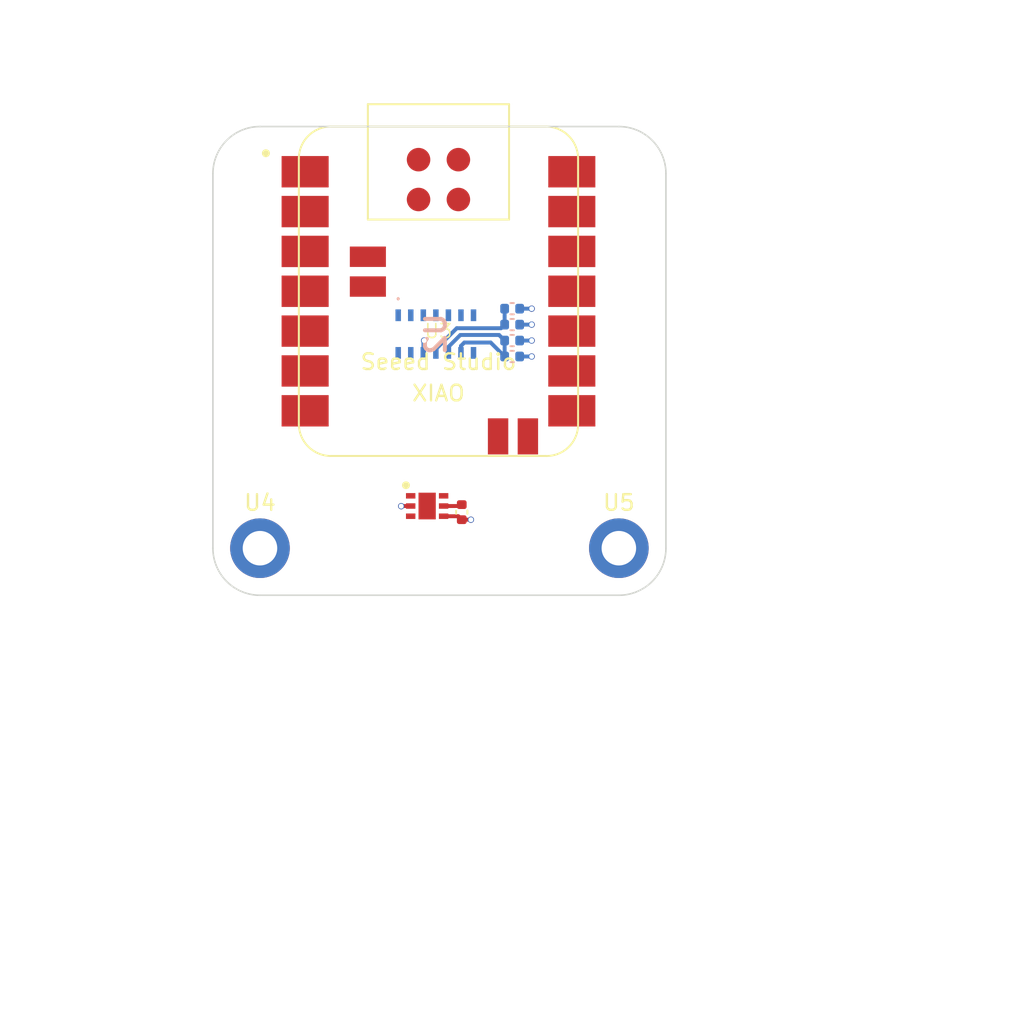
<source format=kicad_pcb>
(kicad_pcb (version 20240108) (generator "pcbnew") (generator_version "8.0")
  (layers (0 "F.Cu" signal) (1 "In1.Cu" power) (2 "In2.Cu" mixed) (31 "B.Cu" signal) (34 "B.Paste" user) (35 "F.Paste" user) (36 "B.SilkS" user "B.Silkscreen") (37 "F.SilkS" user "F.Silkscreen") (38 "B.Mask" user) (39 "F.Mask" user) (44 "Edge.Cuts" user))
  (net 0 "")
  (net 1 "temp-sda")
  (net 2 "temp-gnd")
  (net 3 "temp-scl")
  (net 4 "temp-io")
  (net 5 "ep")
  (net 6 "temp-vcc")
  (net 7 "nc_3")
  (net 8 "nc_6")
  (net 9 "hr-scl")
  (net 10 "pgnd")
  (net 11 "hr-vcc-1")
  (net 12 "nc_1")
  (net 13 "nc_2")
  (net 14 "hr-sda")
  (net 15 "nc_5")
  (net 16 "hr-gnd")
  (net 17 "nc_4")
  (net 18 "hr-io")
  (net 19 "hr-vcc")
  (net 20 "reset")
  (net 21 "_5v")
  (net 22 "xiao.ic-gnd")
  (net 23 "p111_d6_tx")
  (net 24 "p002_a0_d0")
  (net 25 "batminus")
  (net 26 "p113_d8_sck")
  (net 27 "p115_d10_mosi")
  (net 28 "p003_a1_d1")
  (net 29 "pa30_swclk")
  (net 30 "p028_a2_d2")
  (net 31 "batplus")
  (net 32 "p004_a4_d4_sda")
  (net 33 "p009_nfc1")
  (net 34 "pa31_swdio")
  (net 35 "p005_a5_d5_scl")
  (net 36 "p010_nfc2")
  (net 37 "p112_d7_rx")
  (net 38 "p114_d9_miso")
  (net 39 "_3v3")
  (net 40 "p029_a3_d3")
  (net 41 "m1-gnd")
  (net 42 "m2-gnd")
  (footprint "lib:C0402" (layer "F.Cu") (at 153.9842 104.5812 -90)
    (property "Reference" "C1" (hide yes))
    (property "Value" "16V 100nF X7R ±10% 0402  Multilayer Ceramic Capacitors MLCC - SMD/SMT ROHS")
    (fp_line (start -0.107836 0.36) (end 0.107836 0.36) (stroke (width 0.12)) (layer "F.SilkS"))
    (fp_line (start -0.107836 -0.36) (end 0.107836 -0.36) (stroke (width 0.12)) (layer "F.SilkS"))
    (pad "1" smd roundrect (at -0.48 0 270) (size 0.56 0.62) (layers "F.Cu" "F.Paste" "F.Mask") (net 6 "temp-vcc"))
    (pad "2" smd roundrect (at 0.48 0 270) (size 0.56 0.62) (layers "F.Cu" "F.Paste" "F.Mask") (net 2 "temp-gnd"))
  )
  (footprint "lib:XIAO-nRF52840-Sense-14P-2.54-21X17.8MM" (layer "F.Cu") (at 152.5 90.5)
    (property "Reference" "U3" (at 0 2.54 0) (layer "F.SilkS") (effects (font (size 0.889 0.889) (thickness 0.1016))))
    (property "Value" "?" (hide yes))
    (fp_line (start -8.9 -8.5) (end -8.9 8.5) (stroke (width 0.127)) (layer "F.SilkS"))
    (fp_line (start -6.9 10.5) (end 6.9 10.5) (stroke (width 0.127)) (layer "F.SilkS"))
    (fp_line (start -4.5 -11.92403) (end 4.5 -11.92403) (stroke (width 0.127)) (layer "F.SilkS"))
    (fp_line (start -4.5 -4.57073) (end -4.5 -11.92403) (stroke (width 0.127)) (layer "F.SilkS"))
    (fp_line (start 4.5 -11.92403) (end 4.5 -4.57073) (stroke (width 0.127)) (layer "F.SilkS"))
    (fp_line (start 4.5 -4.57073) (end -4.5 -4.57073) (stroke (width 0.127)) (layer "F.SilkS"))
    (fp_line (start 6.9 -10.49909) (end -6.9 -10.49909) (stroke (width 0.127)) (layer "F.SilkS"))
    (fp_line (start 8.9 8.5) (end 8.9 -8.5) (stroke (width 0.127)) (layer "F.SilkS"))
    (fp_arc (start -8.9 -8.5) (mid -8.301491 -9.901491) (end -6.9 -10.5) (stroke (width 0.12)) (layer "F.SilkS"))
    (fp_arc (start -6.9 10.5) (mid -8.301423 9.901423) (end -8.9 8.5) (stroke (width 0.12)) (layer "F.SilkS"))
    (fp_arc (start 6.9 -10.5) (mid 8.301492 -9.901492) (end 8.9 -8.5) (stroke (width 0.12)) (layer "F.SilkS"))
    (fp_arc (start 8.9 8.5) (mid 8.314214 9.914214) (end 6.9 10.5) (stroke (width 0.12)) (layer "F.SilkS"))
    (fp_circle (center -11 -8.8) (end -11 -9.054) (fill solid) (layer "F.SilkS"))
    (fp_poly (pts (xy -8.887715 -8.561705) (xy -8.884667 -8.610473) (xy -8.880603 -8.659494)) (stroke (width 0.0254)) (fill none) (layer "F.SilkS"))
    (fp_poly (pts (xy 8.889492 8.521574) (xy 8.887713 8.57085) (xy 8.884665 8.619618) (xy 8.880601 8.668639) (xy 8.875268 8.717407) (xy 8.868664 8.766175) (xy 8.861044 8.81469) (xy 8.852153 8.86295) (xy 8.842248 8.910955)) (stroke (width 0.0254)) (fill none) (layer "F.SilkS"))
    (fp_text user "XIAO" (at 0 6.5 0) (layer "F.SilkS"))
    (fp_text user "Seeed Studio" (at 0 4.5 0) (layer "F.SilkS"))
    (pad "1" smd rect (at -8.5 -7.62) (size 3 2) (layers "F.Cu" "F.Paste" "F.Mask") (net 24 "p002_a0_d0"))
    (pad "2" smd rect (at -8.5 -5.08) (size 3 2) (layers "F.Cu" "F.Paste" "F.Mask") (net 28 "p003_a1_d1"))
    (pad "3" smd rect (at -8.5 -2.54) (size 3 2) (layers "F.Cu" "F.Paste" "F.Mask") (net 30 "p028_a2_d2"))
    (pad "4" smd rect (at -8.5 0) (size 3 2) (layers "F.Cu" "F.Paste" "F.Mask") (net 40 "p029_a3_d3"))
    (pad "5" smd rect (at -8.5 2.54) (size 3 2) (layers "F.Cu" "F.Paste" "F.Mask") (net 32 "p004_a4_d4_sda"))
    (pad "6" smd rect (at -8.5 5.08 180) (size 3 2) (layers "F.Cu" "F.Paste" "F.Mask") (net 35 "p005_a5_d5_scl"))
    (pad "7" smd rect (at -8.5 7.62) (size 3 2) (layers "F.Cu" "F.Paste" "F.Mask") (net 23 "p111_d6_tx"))
    (pad "8" smd rect (at 8.5 7.62) (size 3 2) (layers "F.Cu" "F.Paste" "F.Mask") (net 37 "p112_d7_rx"))
    (pad "9" smd rect (at 8.5 5.08) (size 3 2) (layers "F.Cu" "F.Paste" "F.Mask") (net 26 "p113_d8_sck"))
    (pad "10" smd rect (at 8.5 2.54) (size 3 2) (layers "F.Cu" "F.Paste" "F.Mask") (net 38 "p114_d9_miso"))
    (pad "11" smd rect (at 8.5 0) (size 3 2) (layers "F.Cu" "F.Paste" "F.Mask") (net 27 "p115_d10_mosi"))
    (pad "12" smd rect (at 8.5 -2.54) (size 3 2) (layers "F.Cu" "F.Paste" "F.Mask") (net 39 "_3v3"))
    (pad "13" smd rect (at 8.5 -5.08) (size 3 2) (layers "F.Cu" "F.Paste" "F.Mask") (net 22 "xiao.ic-gnd"))
    (pad "14" smd rect (at 8.5 -7.62) (size 3 2) (layers "F.Cu" "F.Paste" "F.Mask") (net 21 "_5v"))
    (pad "15" smd circle (at -1.27 -8.39 90) (size 1.5 1.5) (layers "F.Cu" "F.Paste" "F.Mask") (net 34 "pa31_swdio"))
    (pad "16" smd circle (at 1.27 -8.39 90) (size 1.5 1.5) (layers "F.Cu" "F.Paste" "F.Mask") (net 29 "pa30_swclk"))
    (pad "17" smd circle (at -1.27 -5.85 90) (size 1.5 1.5) (layers "F.Cu" "F.Paste" "F.Mask") (net 20 "reset"))
    (pad "18" smd circle (at 1.27 -5.85 90) (size 1.5 1.5) (layers "F.Cu" "F.Paste" "F.Mask") (net 22 "xiao.ic-gnd"))
    (pad "19" smd rect (at 3.8 9.25 90) (size 2.3 1.3) (layers "F.Cu" "F.Paste" "F.Mask") (net 33 "p009_nfc1"))
    (pad "20" smd rect (at 5.7 9.25 90) (size 2.3 1.3) (layers "F.Cu" "F.Paste" "F.Mask") (net 36 "p010_nfc2"))
    (pad "21" smd rect (at -4.5 -2.2 180) (size 2.3 1.3) (layers "F.Cu" "F.Paste" "F.Mask") (net 25 "batminus"))
    (pad "22" smd rect (at -4.5 -0.3 180) (size 2.3 1.3) (layers "F.Cu" "F.Paste" "F.Mask") (net 31 "batplus"))
  )
  (footprint "MountingHole:MountingHole_2.2mm_M2_DIN965_Pad" (layer "F.Cu") (at 164 106.87868)
    (property "Reference" "U5" (at 0 -2.9 0) (layer "F.SilkS"))
    (property "Value" "?")
    (pad "1" thru_hole circle (at 0 0) (size 3.8 3.8) (drill 2.2) (layers "*.Cu" "*.Mask") (net 42 "m2-gnd"))
  )
  (footprint "lib:SON65P200X200X80-7N" (layer "F.Cu") (at 151.7786 104.1908)
    (property "Reference" "U1" (hide yes))
    (property "Value" "?" (hide yes))
    (fp_circle (center -1.35 -1.325) (end -1.35 -1.2) (stroke (width 0.25)) (fill none) (layer "F.SilkS"))
    (pad "1" smd rect (at -1.05 -0.65 90) (size 0.35 0.6) (layers "F.Cu" "F.Paste" "F.Mask") (net 3 "temp-scl"))
    (pad "2" smd rect (at -1.05 0 90) (size 0.35 0.6) (layers "F.Cu" "F.Paste" "F.Mask") (net 2 "temp-gnd"))
    (pad "3" smd rect (at -1.05 0.65 90) (size 0.35 0.6) (layers "F.Cu" "F.Paste" "F.Mask") (net 4 "temp-io"))
    (pad "4" smd rect (at 1.05 0.65 90) (size 0.35 0.6) (layers "F.Cu" "F.Paste" "F.Mask") (net 2 "temp-gnd"))
    (pad "5" smd rect (at 1.05 0 90) (size 0.35 0.6) (layers "F.Cu" "F.Paste" "F.Mask") (net 6 "temp-vcc"))
    (pad "6" smd rect (at 1.05 -0.65 90) (size 0.35 0.6) (layers "F.Cu" "F.Paste" "F.Mask") (net 1 "temp-sda"))
    (pad "7" smd rect (at 0 0) (size 1.1 1.7) (layers "F.Cu" "F.Paste" "F.Mask") (net 5 "ep"))
  )
  (footprint "MountingHole:MountingHole_2.2mm_M2_DIN965_Pad" (layer "F.Cu") (at 141.12132 106.87868)
    (property "Reference" "U4" (at 0 -2.9 0) (layer "F.SilkS"))
    (property "Value" "?")
    (pad "1" thru_hole circle (at 0 0) (size 3.8 3.8) (drill 2.2) (layers "*.Cu" "*.Mask") (net 41 "m1-gnd"))
  )
  (footprint "lib:MAX30102EFDT" (layer "B.Cu") (at 152.3334 93.2292 -90)
    (property "Reference" "U2" (at 0 0 90) (layer "B.SilkS") (effects (font (size 1.27 1.27) (thickness 0.254)) (justify mirror)))
    (property "Value" "?" (hide yes))
    (fp_line (start -2.3 2.4) (end -2.3 2.4) (stroke (width 0.1)) (layer "B.SilkS"))
    (fp_line (start -2.2 2.4) (end -2.2 2.4) (stroke (width 0.1)) (layer "B.SilkS"))
    (fp_arc (start -2.3 2.4) (mid -2.25 2.35) (end -2.2 2.4) (stroke (width 0.1)) (layer "B.SilkS"))
    (fp_arc (start -2.2 2.4) (mid -2.25 2.45) (end -2.3 2.4) (stroke (width 0.1)) (layer "B.SilkS"))
    (pad "1" smd rect (at -1.2 2.4 180) (size 0.35 0.75) (layers "B.Cu" "B.Paste" "B.Mask") (net 12 "nc_1"))
    (pad "2" smd rect (at -1.2 1.6 180) (size 0.35 0.75) (layers "B.Cu" "B.Paste" "B.Mask") (net 9 "hr-scl"))
    (pad "3" smd rect (at -1.2 0.8 180) (size 0.35 0.75) (layers "B.Cu" "B.Paste" "B.Mask") (net 14 "hr-sda"))
    (pad "4" smd rect (at -1.2 0 180) (size 0.35 0.75) (layers "B.Cu" "B.Paste" "B.Mask") (net 10 "pgnd"))
    (pad "5" smd rect (at -1.2 -0.8 180) (size 0.35 0.75) (layers "B.Cu" "B.Paste" "B.Mask") (net 13 "nc_2"))
    (pad "6" smd rect (at -1.2 -1.6 180) (size 0.35 0.75) (layers "B.Cu" "B.Paste" "B.Mask") (net 7 "nc_3"))
    (pad "7" smd rect (at -1.2 -2.4 180) (size 0.35 0.75) (layers "B.Cu" "B.Paste" "B.Mask") (net 17 "nc_4"))
    (pad "8" smd rect (at 1.2 -2.4 180) (size 0.35 0.75) (layers "B.Cu" "B.Paste" "B.Mask") (net 15 "nc_5"))
    (pad "9" smd rect (at 1.2 -1.6 180) (size 0.35 0.75) (layers "B.Cu" "B.Paste" "B.Mask") (net 11 "hr-vcc-1"))
    (pad "10" smd rect (at 1.2 -0.8 180) (size 0.35 0.75) (layers "B.Cu" "B.Paste" "B.Mask") (net 11 "hr-vcc-1"))
    (pad "11" smd rect (at 1.2 0 180) (size 0.35 0.75) (layers "B.Cu" "B.Paste" "B.Mask") (net 19 "hr-vcc"))
    (pad "12" smd rect (at 1.2 0.8 180) (size 0.35 0.75) (layers "B.Cu" "B.Paste" "B.Mask") (net 16 "hr-gnd"))
    (pad "13" smd rect (at 1.2 1.6 180) (size 0.35 0.75) (layers "B.Cu" "B.Paste" "B.Mask") (net 18 "hr-io"))
    (pad "14" smd rect (at 1.2 2.4 180) (size 0.35 0.75) (layers "B.Cu" "B.Paste" "B.Mask") (net 8 "nc_6"))
  )
  (footprint "lib:C0402" (layer "B.Cu") (at 157.1972 94.6578)
    (property "Reference" "C5" (hide yes))
    (property "Value" "16V 100nF X7R ±10% 0402  Multilayer Ceramic Capacitors MLCC - SMD/SMT ROHS")
    (fp_line (start 0.107836 -0.36) (end -0.107836 -0.36) (stroke (width 0.12)) (layer "B.SilkS"))
    (fp_line (start 0.107836 0.36) (end -0.107836 0.36) (stroke (width 0.12)) (layer "B.SilkS"))
    (pad "1" smd roundrect (at -0.48 0) (size 0.56 0.62) (layers "B.Cu" "B.Paste" "B.Mask") (net 11 "hr-vcc-1"))
    (pad "2" smd roundrect (at 0.48 0) (size 0.56 0.62) (layers "B.Cu" "B.Paste" "B.Mask") (net 16 "hr-gnd"))
  )
  (footprint "lib:C0402" (layer "B.Cu") (at 157.1972 91.6098)
    (property "Reference" "C2" (hide yes))
    (property "Value" "6.3V 10uF X5R ±20% 0402  Multilayer Ceramic Capacitors MLCC - SMD/SMT ROHS")
    (fp_line (start 0.107836 -0.36) (end -0.107836 -0.36) (stroke (width 0.12)) (layer "B.SilkS"))
    (fp_line (start 0.107836 0.36) (end -0.107836 0.36) (stroke (width 0.12)) (layer "B.SilkS"))
    (pad "1" smd roundrect (at -0.48 0) (size 0.56 0.62) (layers "B.Cu" "B.Paste" "B.Mask") (net 19 "hr-vcc"))
    (pad "2" smd roundrect (at 0.48 0) (size 0.56 0.62) (layers "B.Cu" "B.Paste" "B.Mask") (net 16 "hr-gnd"))
  )
  (footprint "lib:C0402" (layer "B.Cu") (at 157.1972 92.6258)
    (property "Reference" "C3" (hide yes))
    (property "Value" "16V 100nF X7R ±10% 0402  Multilayer Ceramic Capacitors MLCC - SMD/SMT ROHS")
    (fp_line (start 0.107836 -0.36) (end -0.107836 -0.36) (stroke (width 0.12)) (layer "B.SilkS"))
    (fp_line (start 0.107836 0.36) (end -0.107836 0.36) (stroke (width 0.12)) (layer "B.SilkS"))
    (pad "1" smd roundrect (at -0.48 0) (size 0.56 0.62) (layers "B.Cu" "B.Paste" "B.Mask") (net 19 "hr-vcc"))
    (pad "2" smd roundrect (at 0.48 0) (size 0.56 0.62) (layers "B.Cu" "B.Paste" "B.Mask") (net 16 "hr-gnd"))
  )
  (footprint "lib:C0402" (layer "B.Cu") (at 157.1972 93.6418)
    (property "Reference" "C4" (hide yes))
    (property "Value" "10V 4.7uF X5R ±20% 0402  Multilayer Ceramic Capacitors MLCC - SMD/SMT ROHS")
    (fp_line (start 0.107836 -0.36) (end -0.107836 -0.36) (stroke (width 0.12)) (layer "B.SilkS"))
    (fp_line (start 0.107836 0.36) (end -0.107836 0.36) (stroke (width 0.12)) (layer "B.SilkS"))
    (pad "1" smd roundrect (at -0.48 0) (size 0.56 0.62) (layers "B.Cu" "B.Paste" "B.Mask") (net 11 "hr-vcc-1"))
    (pad "2" smd roundrect (at 0.48 0) (size 0.56 0.62) (layers "B.Cu" "B.Paste" "B.Mask") (net 16 "hr-gnd"))
  )
  (gr_arc (start 141.12132 109.87868) (mid 139 109) (end 138.12132 106.87868) (stroke (width 0.1)) (layer "Edge.Cuts"))
  (gr_arc (start 164 80) (mid 166.12132 80.87868) (end 167 83) (stroke (width 0.1)) (layer "Edge.Cuts"))
  (gr_line (start 138.12132 83) (end 138.12132 106.87868) (stroke (width 0.1)) (layer "Edge.Cuts"))
  (gr_arc (start 138.12132 83) (mid 139 80.87868) (end 141.12132 80) (stroke (width 0.1)) (layer "Edge.Cuts"))
  (gr_line (start 141.12132 109.87868) (end 164 109.87868) (stroke (width 0.1)) (layer "Edge.Cuts"))
  (gr_line (start 164 80) (end 141.12132 80) (stroke (width 0.1)) (layer "Edge.Cuts"))
  (gr_arc (start 167 106.87868) (mid 166.12132 109) (end 164 109.87868) (stroke (width 0.1)) (layer "Edge.Cuts"))
  (gr_line (start 167 106.87868) (end 167 83) (stroke (width 0.1)) (layer "Edge.Cuts"))
  (segment (start 153.7638 104.8408) (end 153.9842 105.0612) (width 0.25) (layer "F.Cu") (net 2))
  (segment (start 150.7286 104.1908) (end 150.1328 104.1908) (width 0.25) (layer "F.Cu") (net 2))
  (segment (start 153.9842 105.0612) (end 154.5658 105.0612) (width 0.25) (layer "F.Cu") (net 2))
  (segment (start 150.1328 104.1908) (end 150.1234 104.2002) (width 0.25) (layer "F.Cu") (net 2))
  (segment (start 152.8286 104.8408) (end 153.7638 104.8408) (width 0.25) (layer "F.Cu") (net 2))
  (segment (start 154.5658 105.0612) (end 154.5684 105.0638) (width 0.25) (layer "F.Cu") (net 2))
  (via (at 154.5684 105.0638) (size 0.4) (drill 0.3) (layers "F.Cu" "B.Cu") (net 2))
  (via (at 150.1234 104.2002) (size 0.4) (drill 0.3) (layers "F.Cu" "B.Cu") (net 2))
  (segment (start 152.8286 104.1908) (end 153.8946 104.1908) (width 0.25) (layer "F.Cu") (net 6))
  (segment (start 153.8946 104.1908) (end 153.9842 104.1012) (width 0.25) (layer "F.Cu") (net 6))
  (segment (start 153.1334 94.048) (end 153.8952 93.2862) (width 0.25) (layer "B.Cu") (net 11))
  (segment (start 156.7172 93.6418) (end 156.7172 94.6578) (width 0.25) (layer "B.Cu") (net 11))
  (segment (start 156.3616 93.2862) (end 156.7172 93.6418) (width 0.25) (layer "B.Cu") (net 11))
  (segment (start 155.8282 93.7688) (end 156.7172 94.6578) (width 0.25) (layer "B.Cu") (net 11))
  (segment (start 153.9334 94.4292) (end 153.9334 93.9846) (width 0.25) (layer "B.Cu") (net 11))
  (segment (start 153.1334 94.4292) (end 153.1334 94.048) (width 0.25) (layer "B.Cu") (net 11))
  (segment (start 154.1492 93.7688) (end 155.8282 93.7688) (width 0.25) (layer "B.Cu") (net 11))
  (segment (start 153.8952 93.2862) (end 156.3616 93.2862) (width 0.25) (layer "B.Cu") (net 11))
  (segment (start 153.9334 93.9846) (end 154.1492 93.7688) (width 0.25) (layer "B.Cu") (net 11))
  (via (at 158.4418 92.6258) (size 0.4) (drill 0.3) (layers "F.Cu" "B.Cu") (net 16))
  (via (at 158.4418 93.6418) (size 0.4) (drill 0.3) (layers "F.Cu" "B.Cu") (net 16))
  (via (at 151.5838 93.6418) (size 0.4) (drill 0.3) (layers "F.Cu" "B.Cu") (net 16))
  (via (at 158.4418 91.6098) (size 0.4) (drill 0.3) (layers "F.Cu" "B.Cu") (net 16))
  (via (at 158.4418 94.6578) (size 0.4) (drill 0.3) (layers "F.Cu" "B.Cu") (net 16))
  (segment (start 151.5408 94.3828) (end 151.5408 93.6848) (width 0.25) (layer "B.Cu") (net 16))
  (segment (start 157.6772 92.6258) (end 158.4418 92.6258) (width 0.25) (layer "B.Cu") (net 16))
  (segment (start 151.5408 93.6848) (end 151.5838 93.6418) (width 0.25) (layer "B.Cu") (net 16))
  (segment (start 157.6772 93.6418) (end 158.4418 93.6418) (width 0.25) (layer "B.Cu") (net 16))
  (segment (start 157.6772 91.6098) (end 158.4418 91.6098) (width 0.25) (layer "B.Cu") (net 16))
  (segment (start 157.6772 94.6578) (end 158.4418 94.6578) (width 0.25) (layer "B.Cu") (net 16))
  (segment (start 156.7172 91.6098) (end 156.7172 92.6258) (width 0.25) (layer "B.Cu") (net 19))
  (segment (start 152.3334 94.4292) (end 152.3334 94.1876) (width 0.25) (layer "B.Cu") (net 19))
  (segment (start 152.3334 94.1876) (end 153.6666 92.8544) (width 0.25) (layer "B.Cu") (net 19))
  (segment (start 156.4886 92.8544) (end 156.7172 92.6258) (width 0.25) (layer "B.Cu") (net 19))
  (segment (start 153.6666 92.8544) (end 156.4886 92.8544) (width 0.25) (layer "B.Cu") (net 19))
)
</source>
